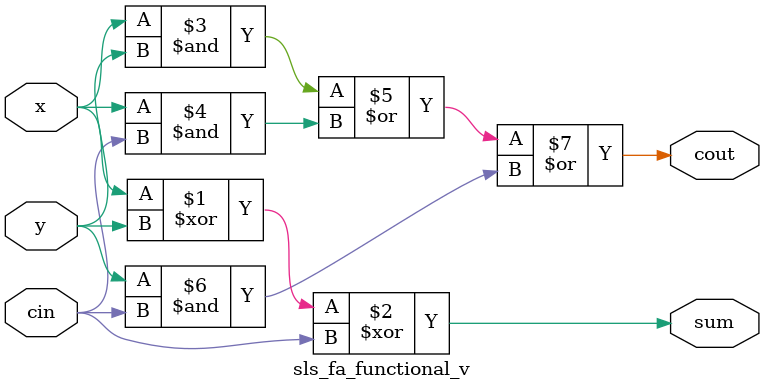
<source format=v>
module sls_fa_functional_v (cin, x, y, sum, cout);
	input cin, x, y;
	output sum, cout;
	
	assign sum = x ^ y ^ cin;
	assign cout = (x & y) | (x & cin) | (y & cin);
	
endmodule

</source>
